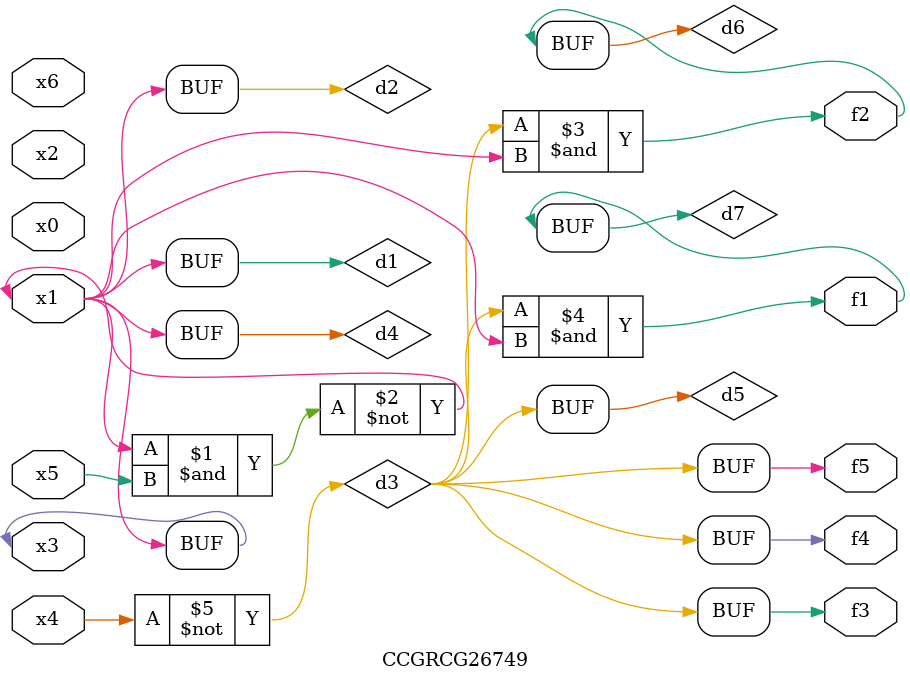
<source format=v>
module CCGRCG26749(
	input x0, x1, x2, x3, x4, x5, x6,
	output f1, f2, f3, f4, f5
);

	wire d1, d2, d3, d4, d5, d6, d7;

	buf (d1, x1, x3);
	nand (d2, x1, x5);
	not (d3, x4);
	buf (d4, d1, d2);
	buf (d5, d3);
	and (d6, d3, d4);
	and (d7, d3, d4);
	assign f1 = d7;
	assign f2 = d6;
	assign f3 = d5;
	assign f4 = d5;
	assign f5 = d5;
endmodule

</source>
